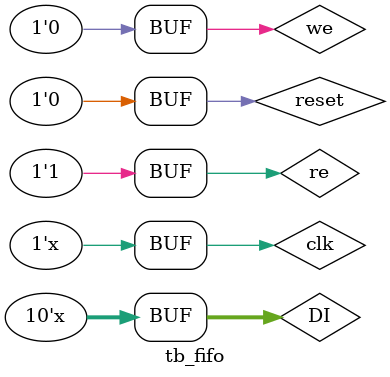
<source format=v>
`timescale 1ns / 1ps


module tb_fifo(
    );
    
    reg clk;
    always begin
      #1 clk <= ~clk;
         DI  <= DI + 1; 
    end
    
    reg [9:0]DI;
    reg reset;
    reg we, re;
        
    wire has_data;
    wire [9:0] DO;
    Fifo U(
       .clk(clk),
       .we(we),
       .re(re),
       .reset(reset),
       .DI(DI),
       .DO(DO),
       .has_data(has_data)
    );
    
  initial begin
    clk = 1;
    we = 0;
    re = 0;
    DI = 0;
    reset = 0;

    #2 reset = 1;
    #2 reset = 0;
 
    #10 we = 1;
    #6  re = 1;
    #2  we = 0;
    #2  re = 0;
    #4  we = 1;
    #2  re = 1;
    #2  we = 0;  
    
    #10 re = 0;
    #2  we = 1;
    #2  we = 0;
    #10 re = 1;
    #10 we = 1;
    #4  we = 0;
    
  end
    
    
    
    
endmodule

</source>
